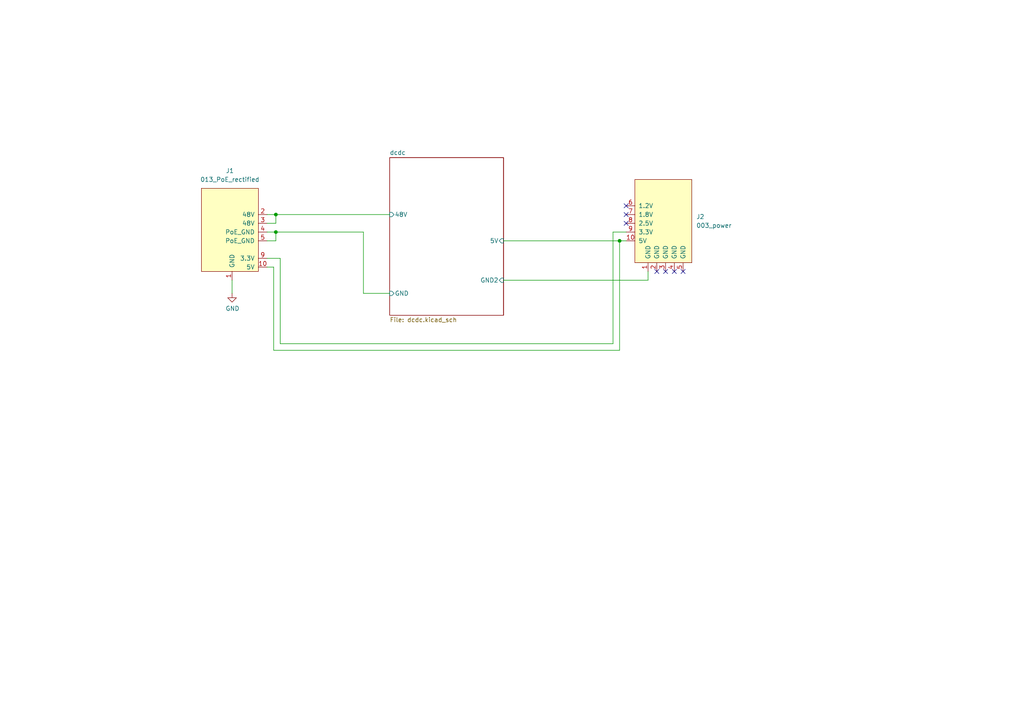
<source format=kicad_sch>
(kicad_sch (version 20211123) (generator eeschema)

  (uuid 7f3eb118-a20c-4239-b800-c9211c66847d)

  (paper "A4")

  (lib_symbols
    (symbol "power:GND" (power) (pin_names (offset 0)) (in_bom yes) (on_board yes)
      (property "Reference" "#PWR" (id 0) (at 0 -6.35 0)
        (effects (font (size 1.27 1.27)) hide)
      )
      (property "Value" "GND" (id 1) (at 0 -3.81 0)
        (effects (font (size 1.27 1.27)))
      )
      (property "Footprint" "" (id 2) (at 0 0 0)
        (effects (font (size 1.27 1.27)) hide)
      )
      (property "Datasheet" "" (id 3) (at 0 0 0)
        (effects (font (size 1.27 1.27)) hide)
      )
      (property "ki_keywords" "power-flag" (id 4) (at 0 0 0)
        (effects (font (size 1.27 1.27)) hide)
      )
      (property "ki_description" "Power symbol creates a global label with name \"GND\" , ground" (id 5) (at 0 0 0)
        (effects (font (size 1.27 1.27)) hide)
      )
      (symbol "GND_0_1"
        (polyline
          (pts
            (xy 0 0)
            (xy 0 -1.27)
            (xy 1.27 -1.27)
            (xy 0 -2.54)
            (xy -1.27 -1.27)
            (xy 0 -1.27)
          )
          (stroke (width 0) (type default) (color 0 0 0 0))
          (fill (type none))
        )
      )
      (symbol "GND_1_1"
        (pin power_in line (at 0 0 270) (length 0) hide
          (name "GND" (effects (font (size 1.27 1.27))))
          (number "1" (effects (font (size 1.27 1.27))))
        )
      )
    )
    (symbol "put_on_edge:003_power" (pin_names (offset 1.016)) (in_bom yes) (on_board yes)
      (property "Reference" "J" (id 0) (at -2.54 13.97 0)
        (effects (font (size 1.27 1.27)))
      )
      (property "Value" "003_power" (id 1) (at 8.89 13.97 0)
        (effects (font (size 1.27 1.27)))
      )
      (property "Footprint" "" (id 2) (at 7.62 16.51 0)
        (effects (font (size 1.27 1.27)) hide)
      )
      (property "Datasheet" "" (id 3) (at 7.62 16.51 0)
        (effects (font (size 1.27 1.27)) hide)
      )
      (symbol "003_power_0_1"
        (rectangle (start -8.89 12.7) (end 7.62 -11.43)
          (stroke (width 0) (type default) (color 0 0 0 0))
          (fill (type background))
        )
      )
      (symbol "003_power_1_1"
        (pin power_in line (at -5.08 -13.97 90) (length 2.54)
          (name "GND" (effects (font (size 1.27 1.27))))
          (number "1" (effects (font (size 1.27 1.27))))
        )
        (pin power_out line (at -11.43 -5.08 0) (length 2.54)
          (name "5V" (effects (font (size 1.27 1.27))))
          (number "10" (effects (font (size 1.27 1.27))))
        )
        (pin power_in line (at -2.54 -13.97 90) (length 2.54)
          (name "GND" (effects (font (size 1.27 1.27))))
          (number "2" (effects (font (size 1.27 1.27))))
        )
        (pin power_in line (at 0 -13.97 90) (length 2.54)
          (name "GND" (effects (font (size 1.27 1.27))))
          (number "3" (effects (font (size 1.27 1.27))))
        )
        (pin power_in line (at 2.54 -13.97 90) (length 2.54)
          (name "GND" (effects (font (size 1.27 1.27))))
          (number "4" (effects (font (size 1.27 1.27))))
        )
        (pin power_in line (at 5.08 -13.97 90) (length 2.54)
          (name "GND" (effects (font (size 1.27 1.27))))
          (number "5" (effects (font (size 1.27 1.27))))
        )
        (pin power_out line (at -11.43 5.08 0) (length 2.54)
          (name "1.2V" (effects (font (size 1.27 1.27))))
          (number "6" (effects (font (size 1.27 1.27))))
        )
        (pin power_out line (at -11.43 2.54 0) (length 2.54)
          (name "1.8V" (effects (font (size 1.27 1.27))))
          (number "7" (effects (font (size 1.27 1.27))))
        )
        (pin power_out line (at -11.43 0 0) (length 2.54)
          (name "2.5V" (effects (font (size 1.27 1.27))))
          (number "8" (effects (font (size 1.27 1.27))))
        )
        (pin power_out line (at -11.43 -2.54 0) (length 2.54)
          (name "3.3V" (effects (font (size 1.27 1.27))))
          (number "9" (effects (font (size 1.27 1.27))))
        )
      )
    )
    (symbol "put_on_edge:013_PoE_rectified" (pin_names (offset 1.016)) (in_bom yes) (on_board yes)
      (property "Reference" "J" (id 0) (at -2.54 13.97 0)
        (effects (font (size 1.27 1.27)))
      )
      (property "Value" "013_PoE_rectified" (id 1) (at 8.89 13.97 0)
        (effects (font (size 1.27 1.27)))
      )
      (property "Footprint" "" (id 2) (at 7.62 16.51 0)
        (effects (font (size 1.27 1.27)) hide)
      )
      (property "Datasheet" "" (id 3) (at 7.62 16.51 0)
        (effects (font (size 1.27 1.27)) hide)
      )
      (symbol "013_PoE_rectified_0_1"
        (rectangle (start -8.89 12.7) (end 7.62 -11.43)
          (stroke (width 0) (type default) (color 0 0 0 0))
          (fill (type background))
        )
      )
      (symbol "013_PoE_rectified_1_1"
        (pin power_in line (at -1.27 -13.97 90) (length 2.54)
          (name "GND" (effects (font (size 1.27 1.27))))
          (number "1" (effects (font (size 1.27 1.27))))
        )
        (pin power_in line (at -11.43 -10.16 0) (length 2.54)
          (name "5V" (effects (font (size 1.27 1.27))))
          (number "10" (effects (font (size 1.27 1.27))))
        )
        (pin bidirectional line (at -11.43 5.08 0) (length 2.54)
          (name "48V" (effects (font (size 1.27 1.27))))
          (number "2" (effects (font (size 1.27 1.27))))
        )
        (pin bidirectional line (at -11.43 2.54 0) (length 2.54)
          (name "48V" (effects (font (size 1.27 1.27))))
          (number "3" (effects (font (size 1.27 1.27))))
        )
        (pin power_in line (at -11.43 0 0) (length 2.54)
          (name "PoE_GND" (effects (font (size 1.27 1.27))))
          (number "4" (effects (font (size 1.27 1.27))))
        )
        (pin power_in line (at -11.43 -2.54 0) (length 2.54)
          (name "PoE_GND" (effects (font (size 1.27 1.27))))
          (number "5" (effects (font (size 1.27 1.27))))
        )
        (pin power_in line (at -11.43 -7.62 0) (length 2.54)
          (name "3.3V" (effects (font (size 1.27 1.27))))
          (number "9" (effects (font (size 1.27 1.27))))
        )
      )
    )
  )

  (junction (at 179.705 69.85) (diameter 0) (color 0 0 0 0)
    (uuid 3e47510c-7e2a-47aa-8f38-e02e8fecb0ed)
  )
  (junction (at 80.01 62.23) (diameter 0) (color 0 0 0 0)
    (uuid 597dde7e-40f8-4545-b69b-87a6373f6984)
  )
  (junction (at 80.01 67.31) (diameter 0) (color 0 0 0 0)
    (uuid 9f5ab3a5-017c-42d4-947b-96edd43fcff3)
  )

  (no_connect (at 181.61 64.77) (uuid 2f5f05ed-fe1d-44f8-b702-50247c95a229))
  (no_connect (at 190.5 78.74) (uuid 357def0f-6636-47a5-81e6-e196bc9442b3))
  (no_connect (at 193.04 78.74) (uuid 357def0f-6636-47a5-81e6-e196bc9442b4))
  (no_connect (at 195.58 78.74) (uuid 357def0f-6636-47a5-81e6-e196bc9442b5))
  (no_connect (at 198.12 78.74) (uuid 357def0f-6636-47a5-81e6-e196bc9442b6))
  (no_connect (at 181.61 62.23) (uuid 629f052f-f77b-4ae1-90ec-4af4ff06e7ea))
  (no_connect (at 181.61 59.69) (uuid ddc5c586-6cee-4d5b-aa58-f7c11d3db320))

  (wire (pts (xy 77.47 67.31) (xy 80.01 67.31))
    (stroke (width 0) (type default) (color 0 0 0 0))
    (uuid 00fd6a3f-6a24-425c-a536-31ed456a2cf6)
  )
  (wire (pts (xy 187.96 78.74) (xy 187.96 81.28))
    (stroke (width 0) (type default) (color 0 0 0 0))
    (uuid 053a262a-c920-4a7f-9883-ec2d171eef25)
  )
  (wire (pts (xy 77.47 69.85) (xy 80.01 69.85))
    (stroke (width 0) (type default) (color 0 0 0 0))
    (uuid 21861a06-91f9-41a6-a7b8-fc171f20b6fc)
  )
  (wire (pts (xy 181.61 67.31) (xy 177.8 67.31))
    (stroke (width 0) (type default) (color 0 0 0 0))
    (uuid 400e9f0c-3cb7-46e9-80a2-b430e3a4a322)
  )
  (wire (pts (xy 179.705 69.85) (xy 181.61 69.85))
    (stroke (width 0) (type default) (color 0 0 0 0))
    (uuid 5059d88a-8d09-4431-86e7-717804d4b481)
  )
  (wire (pts (xy 80.01 69.85) (xy 80.01 67.31))
    (stroke (width 0) (type default) (color 0 0 0 0))
    (uuid 53059647-87dc-44a6-8ccf-bd24487a5a92)
  )
  (wire (pts (xy 77.47 77.47) (xy 79.375 77.47))
    (stroke (width 0) (type default) (color 0 0 0 0))
    (uuid 5d37c16c-bbc5-48fc-ba31-dbaa385b9bc5)
  )
  (wire (pts (xy 81.28 74.93) (xy 77.47 74.93))
    (stroke (width 0) (type default) (color 0 0 0 0))
    (uuid 5dc5adea-3bae-476b-bad0-7f1811342b1c)
  )
  (wire (pts (xy 77.47 64.77) (xy 80.01 64.77))
    (stroke (width 0) (type default) (color 0 0 0 0))
    (uuid 623fba83-1ccf-47c3-8d87-8931731cfe56)
  )
  (wire (pts (xy 67.31 81.28) (xy 67.31 85.09))
    (stroke (width 0) (type default) (color 0 0 0 0))
    (uuid 892ddfe0-52f0-44d5-8afc-03c9d779edcf)
  )
  (wire (pts (xy 81.28 99.695) (xy 81.28 74.93))
    (stroke (width 0) (type default) (color 0 0 0 0))
    (uuid 89c4ed2a-7dae-453f-8e16-1cd562492a30)
  )
  (wire (pts (xy 177.8 67.31) (xy 177.8 99.695))
    (stroke (width 0) (type default) (color 0 0 0 0))
    (uuid 9383e7d0-2822-4f38-b335-4a59b659e702)
  )
  (wire (pts (xy 77.47 62.23) (xy 80.01 62.23))
    (stroke (width 0) (type default) (color 0 0 0 0))
    (uuid 9653c25b-1820-4da6-a62d-b186d89c18ff)
  )
  (wire (pts (xy 80.01 64.77) (xy 80.01 62.23))
    (stroke (width 0) (type default) (color 0 0 0 0))
    (uuid 9c678aa0-4b64-48b8-8493-624f15e88532)
  )
  (wire (pts (xy 80.01 67.31) (xy 105.41 67.31))
    (stroke (width 0) (type default) (color 0 0 0 0))
    (uuid 9d00a887-72d1-42df-a543-129295c04908)
  )
  (wire (pts (xy 79.375 77.47) (xy 79.375 101.6))
    (stroke (width 0) (type default) (color 0 0 0 0))
    (uuid a5921f19-6d73-46a1-96a0-cb9fceac92c3)
  )
  (wire (pts (xy 179.705 101.6) (xy 179.705 69.85))
    (stroke (width 0) (type default) (color 0 0 0 0))
    (uuid ae3b5f6a-3f2a-4d3e-b8c2-ea2057701484)
  )
  (wire (pts (xy 80.01 62.23) (xy 113.03 62.23))
    (stroke (width 0) (type default) (color 0 0 0 0))
    (uuid beae2002-9375-4fd6-93f9-4f86a742c157)
  )
  (wire (pts (xy 146.05 69.85) (xy 179.705 69.85))
    (stroke (width 0) (type default) (color 0 0 0 0))
    (uuid d01a1cba-43b8-4b5a-9986-ca75404fad1e)
  )
  (wire (pts (xy 146.05 81.28) (xy 187.96 81.28))
    (stroke (width 0) (type default) (color 0 0 0 0))
    (uuid d6dc06fd-74a9-492a-815c-720f7648f2fe)
  )
  (wire (pts (xy 79.375 101.6) (xy 179.705 101.6))
    (stroke (width 0) (type default) (color 0 0 0 0))
    (uuid d8338d59-a157-4d20-ae7f-0dc207a9ac1f)
  )
  (wire (pts (xy 105.41 85.09) (xy 113.03 85.09))
    (stroke (width 0) (type default) (color 0 0 0 0))
    (uuid de1444b0-ee05-4391-ae2c-670051a2e5f2)
  )
  (wire (pts (xy 177.8 99.695) (xy 81.28 99.695))
    (stroke (width 0) (type default) (color 0 0 0 0))
    (uuid efbf2d84-7a35-444e-8aa8-fb758b71b855)
  )
  (wire (pts (xy 105.41 67.31) (xy 105.41 85.09))
    (stroke (width 0) (type default) (color 0 0 0 0))
    (uuid fa06ef31-2d4b-45c6-a157-a16d1ab8ee1d)
  )

  (symbol (lib_id "power:GND") (at 67.31 85.09 0) (unit 1)
    (in_bom yes) (on_board yes)
    (uuid 00000000-0000-0000-0000-00006044056a)
    (property "Reference" "#PWR0101" (id 0) (at 67.31 91.44 0)
      (effects (font (size 1.27 1.27)) hide)
    )
    (property "Value" "GND" (id 1) (at 67.437 89.4842 0))
    (property "Footprint" "" (id 2) (at 67.31 85.09 0)
      (effects (font (size 1.27 1.27)) hide)
    )
    (property "Datasheet" "" (id 3) (at 67.31 85.09 0)
      (effects (font (size 1.27 1.27)) hide)
    )
    (pin "1" (uuid f345e52a-8e0a-425a-b438-90809dd3b799))
  )

  (symbol (lib_id "put_on_edge:013_PoE_rectified") (at 66.04 67.31 0) (mirror y) (unit 1)
    (in_bom yes) (on_board yes) (fields_autoplaced)
    (uuid b59f18ce-2e34-4b6e-b14d-8d73b8268179)
    (property "Reference" "J1" (id 0) (at 66.675 49.53 0))
    (property "Value" "013_PoE_rectified" (id 1) (at 66.675 52.07 0))
    (property "Footprint" "on_edge:on_edge_2x05_device" (id 2) (at 58.42 50.8 0)
      (effects (font (size 1.27 1.27)) hide)
    )
    (property "Datasheet" "" (id 3) (at 58.42 50.8 0)
      (effects (font (size 1.27 1.27)) hide)
    )
    (pin "1" (uuid 6325c32f-c82a-4357-b022-f9c7e76f412e))
    (pin "10" (uuid 0bec94e7-bb44-43c1-85bc-e504f2cb18cb))
    (pin "2" (uuid 18d11f32-e1a6-4f29-8e3c-0bfeb07299bd))
    (pin "3" (uuid a90361cd-254c-4d27-ae1f-9a6c85bafe28))
    (pin "4" (uuid 84d296ba-3d39-4264-ad19-947f90c54396))
    (pin "5" (uuid 6afc19cf-38b4-47a3-bc2b-445b18724310))
    (pin "9" (uuid e254c568-cb10-468e-a5ca-286ed04c728a))
  )

  (symbol (lib_id "put_on_edge:003_power") (at 193.04 64.77 0) (unit 1)
    (in_bom yes) (on_board yes) (fields_autoplaced)
    (uuid c970f863-2eeb-4363-945c-2275a112fd4c)
    (property "Reference" "J2" (id 0) (at 201.93 62.8649 0)
      (effects (font (size 1.27 1.27)) (justify left))
    )
    (property "Value" "003_power" (id 1) (at 201.93 65.4049 0)
      (effects (font (size 1.27 1.27)) (justify left))
    )
    (property "Footprint" "on_edge:on_edge_2x05_host" (id 2) (at 200.66 48.26 0)
      (effects (font (size 1.27 1.27)) hide)
    )
    (property "Datasheet" "" (id 3) (at 200.66 48.26 0)
      (effects (font (size 1.27 1.27)) hide)
    )
    (pin "1" (uuid ce5b0dfe-37f0-4d1b-9f56-10ae411d36e6))
    (pin "10" (uuid 875855ef-0e49-4c33-b3c6-eba229f835d9))
    (pin "2" (uuid 818111a6-1429-497e-b8d7-f2616a7ec373))
    (pin "3" (uuid 9ab92207-1da7-4613-a632-d3972813f57b))
    (pin "4" (uuid dbd136bb-61c9-4567-9827-33a734e5ddcc))
    (pin "5" (uuid 02b7dc0f-ae19-4a97-a2ae-2d27bb773810))
    (pin "6" (uuid eb8672c1-01f2-4628-93ed-ee7e8695390b))
    (pin "7" (uuid 00036662-fa99-4284-af32-cf49578c390a))
    (pin "8" (uuid 7cb6b52f-a428-4a6e-b5b7-84f253789f4d))
    (pin "9" (uuid 0206e765-825a-4e51-9371-9f239143e77c))
  )

  (sheet (at 113.03 45.72) (size 33.02 45.72) (fields_autoplaced)
    (stroke (width 0.1524) (type solid) (color 0 0 0 0))
    (fill (color 0 0 0 0.0000))
    (uuid bd58ad52-36c7-460d-b58d-1e0ca17757a0)
    (property "Sheet name" "dcdc" (id 0) (at 113.03 45.0084 0)
      (effects (font (size 1.27 1.27)) (justify left bottom))
    )
    (property "Sheet file" "dcdc.kicad_sch" (id 1) (at 113.03 92.0246 0)
      (effects (font (size 1.27 1.27)) (justify left top))
    )
    (pin "GND" input (at 113.03 85.09 180)
      (effects (font (size 1.27 1.27)) (justify left))
      (uuid 3261dad1-ad2f-49af-9d88-9ca8c689f11e)
    )
    (pin "48V" input (at 113.03 62.23 180)
      (effects (font (size 1.27 1.27)) (justify left))
      (uuid 88ba7193-83a2-48f5-898b-e0c7985cb1d8)
    )
    (pin "5V" input (at 146.05 69.85 0)
      (effects (font (size 1.27 1.27)) (justify right))
      (uuid 9a8e5365-5d60-44e4-81cc-4f11e0761eee)
    )
    (pin "GND2" input (at 146.05 81.28 0)
      (effects (font (size 1.27 1.27)) (justify right))
      (uuid b688ddd0-97fd-4366-8dd1-6435d289a291)
    )
  )

  (sheet_instances
    (path "/" (page "1"))
    (path "/bd58ad52-36c7-460d-b58d-1e0ca17757a0" (page "2"))
  )

  (symbol_instances
    (path "/00000000-0000-0000-0000-00006044056a"
      (reference "#PWR0101") (unit 1) (value "GND") (footprint "")
    )
    (path "/bd58ad52-36c7-460d-b58d-1e0ca17757a0/68d26a76-e032-43aa-bb25-271ad758c36f"
      (reference "#PWR0103") (unit 1) (value "VSS") (footprint "")
    )
    (path "/bd58ad52-36c7-460d-b58d-1e0ca17757a0/082b71dc-2a2f-40db-bc36-a837731d5ab6"
      (reference "#PWR0104") (unit 1) (value "VDD") (footprint "")
    )
    (path "/bd58ad52-36c7-460d-b58d-1e0ca17757a0/ab009f61-b199-4849-a39c-f4d01007e6b4"
      (reference "#PWR0105") (unit 1) (value "VSS") (footprint "")
    )
    (path "/bd58ad52-36c7-460d-b58d-1e0ca17757a0/b630646e-8eb8-41ce-8b76-a0d38abcfa4e"
      (reference "C1") (unit 1) (value "100nF") (footprint "Capacitor_SMD:C_1210_3225Metric")
    )
    (path "/bd58ad52-36c7-460d-b58d-1e0ca17757a0/fa13cdcf-02bd-4adf-8d27-ebdd11b4d711"
      (reference "C2") (unit 1) (value "10uF") (footprint "Capacitor_SMD:CP_Elec_10x10")
    )
    (path "/bd58ad52-36c7-460d-b58d-1e0ca17757a0/bf262ddc-900e-49c9-9db0-8be6c594a0e2"
      (reference "C3") (unit 1) (value "1uF") (footprint "Capacitor_SMD:C_1210_3225Metric")
    )
    (path "/bd58ad52-36c7-460d-b58d-1e0ca17757a0/68455897-e409-4dd1-bbde-232e62e525c5"
      (reference "C4") (unit 1) (value "100nF") (footprint "Capacitor_SMD:C_0603_1608Metric")
    )
    (path "/bd58ad52-36c7-460d-b58d-1e0ca17757a0/0fc84f27-4033-431c-a063-85c757ebf86b"
      (reference "C5") (unit 1) (value "100nF") (footprint "Capacitor_SMD:C_1210_3225Metric")
    )
    (path "/bd58ad52-36c7-460d-b58d-1e0ca17757a0/6c916a3b-0c87-4c80-9122-62e83d332090"
      (reference "C6") (unit 1) (value "10nF") (footprint "Capacitor_SMD:C_1210_3225Metric")
    )
    (path "/bd58ad52-36c7-460d-b58d-1e0ca17757a0/dc59e8d5-230c-4592-8413-fc71ef6e8ff3"
      (reference "C7") (unit 1) (value "330pF") (footprint "Capacitor_SMD:C_0603_1608Metric")
    )
    (path "/bd58ad52-36c7-460d-b58d-1e0ca17757a0/9fdc8848-47b8-4f5a-a420-f4c378d4d673"
      (reference "C8") (unit 1) (value "100uF") (footprint "Capacitor_SMD:C_0805_2012Metric")
    )
    (path "/bd58ad52-36c7-460d-b58d-1e0ca17757a0/5b346d11-35c4-4749-9433-02d6447521e9"
      (reference "C9") (unit 1) (value "100uF") (footprint "Capacitor_SMD:C_0805_2012Metric")
    )
    (path "/bd58ad52-36c7-460d-b58d-1e0ca17757a0/29d9bd16-7421-47b9-bbfa-53ceef956d31"
      (reference "C10") (unit 1) (value "1uF") (footprint "Capacitor_SMD:C_0603_1608Metric")
    )
    (path "/bd58ad52-36c7-460d-b58d-1e0ca17757a0/a2f28332-ba58-4236-9ac6-cebf5466b58a"
      (reference "C12") (unit 1) (value "100uF") (footprint "Capacitor_SMD:C_0805_2012Metric")
    )
    (path "/bd58ad52-36c7-460d-b58d-1e0ca17757a0/277aaa48-a622-4a2e-bd10-34674a3cd4f4"
      (reference "D3") (unit 1) (value "PDS3100") (footprint "Diode_SMD:D_PowerDI-5")
    )
    (path "/bd58ad52-36c7-460d-b58d-1e0ca17757a0/299b25fb-2aee-4ff0-8264-b760d96656ea"
      (reference "FB1") (unit 1) (value "700R") (footprint "Inductor_SMD:L_0805_2012Metric")
    )
    (path "/bd58ad52-36c7-460d-b58d-1e0ca17757a0/7907e71e-eb9e-49b9-babd-7b00d08ddc8d"
      (reference "FB2") (unit 1) (value "700R") (footprint "Inductor_SMD:L_0805_2012Metric")
    )
    (path "/b59f18ce-2e34-4b6e-b14d-8d73b8268179"
      (reference "J1") (unit 1) (value "013_PoE_rectified") (footprint "on_edge:on_edge_2x05_device")
    )
    (path "/c970f863-2eeb-4363-945c-2275a112fd4c"
      (reference "J2") (unit 1) (value "003_power") (footprint "on_edge:on_edge_2x05_host")
    )
    (path "/bd58ad52-36c7-460d-b58d-1e0ca17757a0/6d63fa02-61e4-45b2-84ff-d4ab74eda02a"
      (reference "L1") (unit 1) (value "47uH") (footprint "Inductor_SMD:L_10.4x10.4_H4.8")
    )
    (path "/bd58ad52-36c7-460d-b58d-1e0ca17757a0/b317c760-178e-42df-a507-bacd988f3eae"
      (reference "R1") (unit 1) (value "3R") (footprint "Resistor_SMD:R_0603_1608Metric")
    )
    (path "/bd58ad52-36c7-460d-b58d-1e0ca17757a0/c842d582-991e-493b-ba15-0915cb82662a"
      (reference "R2") (unit 1) (value "1.2R") (footprint "Resistor_SMD:R_0805_2012Metric")
    )
    (path "/bd58ad52-36c7-460d-b58d-1e0ca17757a0/58c6c9bc-afb1-4f47-b8ac-d65742bd3521"
      (reference "R3") (unit 1) (value "24.3k") (footprint "Resistor_SMD:R_0603_1608Metric")
    )
    (path "/bd58ad52-36c7-460d-b58d-1e0ca17757a0/139ec7b9-35e0-484a-acba-219c0a89d5a9"
      (reference "R4") (unit 1) (value "75R") (footprint "Resistor_SMD:R_0603_1608Metric")
    )
    (path "/bd58ad52-36c7-460d-b58d-1e0ca17757a0/3fb4be16-e887-480c-9312-fc11ba370d0d"
      (reference "R5") (unit 1) (value "88.7k") (footprint "Resistor_SMD:R_0603_1608Metric")
    )
    (path "/bd58ad52-36c7-460d-b58d-1e0ca17757a0/e73d27fc-52f2-44db-bfd4-edb9e41e9ee2"
      (reference "R6") (unit 1) (value "3.24k") (footprint "Resistor_SMD:R_0603_1608Metric")
    )
    (path "/bd58ad52-36c7-460d-b58d-1e0ca17757a0/0988f18f-14f0-4f8a-b122-f91e2cad628e"
      (reference "R7") (unit 1) (value "9.09k") (footprint "Resistor_SMD:R_0603_1608Metric")
    )
    (path "/bd58ad52-36c7-460d-b58d-1e0ca17757a0/83b300cb-4439-4b58-b2a3-2edd39ea6cc3"
      (reference "R8") (unit 1) (value "10R") (footprint "Resistor_SMD:R_0603_1608Metric")
    )
    (path "/bd58ad52-36c7-460d-b58d-1e0ca17757a0/755ec021-528e-4493-99b4-197d8699447f"
      (reference "R9") (unit 1) (value "143k") (footprint "Resistor_SMD:R_0603_1608Metric")
    )
    (path "/bd58ad52-36c7-460d-b58d-1e0ca17757a0/a00d687c-be70-4f1c-8302-2dfcd4082526"
      (reference "TP1") (unit 1) (value "TestPoint") (footprint "")
    )
    (path "/bd58ad52-36c7-460d-b58d-1e0ca17757a0/bfc65580-ac97-4472-8c25-735a5ff6ac18"
      (reference "TP2") (unit 1) (value "TestPoint") (footprint "")
    )
    (path "/bd58ad52-36c7-460d-b58d-1e0ca17757a0/5a6d4c5b-4a21-4c12-8820-8b8a567bb820"
      (reference "U1") (unit 1) (value "Si3404") (footprint "Package_DFN_QFN:QFN-20-1EP_4x4mm_P0.5mm_EP2.5x2.5mm_ThermalVias")
    )
  )
)

</source>
